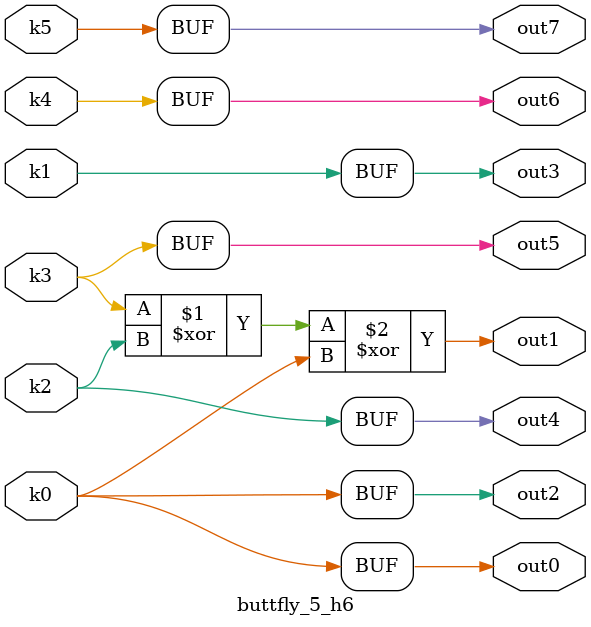
<source format=v>
module buttfly_5(pi0, pi1, pi2, pi3, pi4, pi5, pi6, pi7, po0, po1, po2, po3, po4, po5, po6, po7);
input pi0, pi1, pi2, pi3, pi4, pi5, pi6, pi7;
output po0, po1, po2, po3, po4, po5, po6, po7;
wire k0, k1, k2, k3, k4, k5;
buttfly_5_w6 DUT1 (pi0, pi1, pi2, pi3, pi4, pi5, pi6, pi7, k0, k1, k2, k3, k4, k5);
buttfly_5_h6 DUT2 (k0, k1, k2, k3, k4, k5, po0, po1, po2, po3, po4, po5, po6, po7);
endmodule

module buttfly_5_w6(in7, in6, in5, in4, in3, in2, in1, in0, k5, k4, k3, k2, k1, k0);
input in7, in6, in5, in4, in3, in2, in1, in0;
output k5, k4, k3, k2, k1, k0;
assign k0 =   ((in6 ^ in4) & ((in1 & (~in7 | in5)) | (~in7 & in5))) | (((in7 & ~in5) | (in0 & (in7 | ~in5))) & (~in6 ^ in4));
assign k1 =   (in1 & (in7 ^ in5)) | (in0 & (~in7 ^ in5));
assign k2 =   (((~in7 & (~in5 | in2)) | (~in5 & in2)) & (~in6 | ~in4)) | (~in6 & ~in4);
assign k3 =   (((in7 & (in5 | in3)) | (in5 & in3)) & (in6 | in4)) | (in6 & in4);
assign k4 =   ((in6 ^ in4) & ((in3 & (in7 | in5)) | (in7 & in5))) | (((~in7 & ~in5) | (in2 & (~in7 | ~in5))) & (~in6 ^ in4));
assign k5 =   (in3 & (in7 ^ in5)) | (in2 & (~in7 ^ in5));
endmodule

module buttfly_5_h6(k5, k4, k3, k2, k1, k0, out7, out6, out5, out4, out3, out2, out1, out0);
input k5, k4, k3, k2, k1, k0;
output out7, out6, out5, out4, out3, out2, out1, out0;
assign out0 = k0;
assign out1 = k3 ^ k2 ^ k0;
assign out2 = k0;
assign out3 = k1;
assign out4 = k2;
assign out5 = k3;
assign out6 = k4;
assign out7 = k5;
endmodule

</source>
